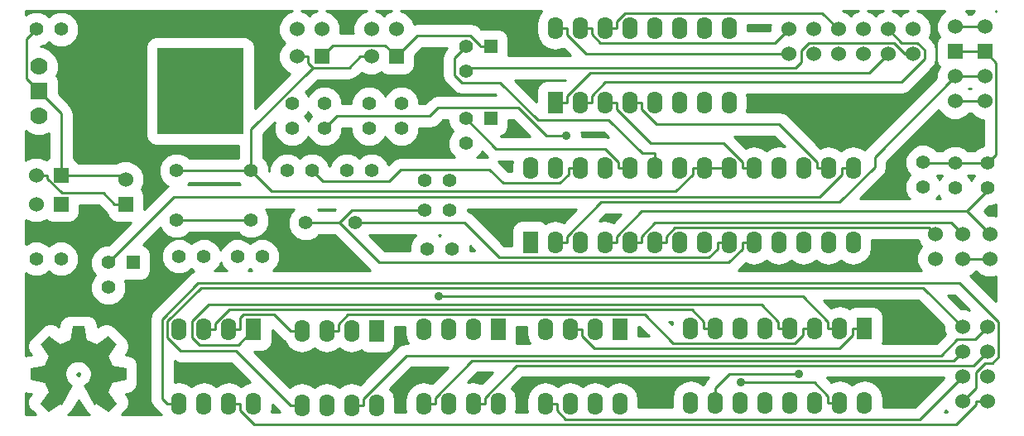
<source format=gtl>
G04 (created by PCBNEW (2013-jul-07)-stable) date 2014年08月04日 (週一) 02時43分04秒*
%MOIN*%
G04 Gerber Fmt 3.4, Leading zero omitted, Abs format*
%FSLAX34Y34*%
G01*
G70*
G90*
G04 APERTURE LIST*
%ADD10C,0.00590551*%
%ADD11R,0.06X0.06*%
%ADD12C,0.06*%
%ADD13C,0.055*%
%ADD14O,0.062X0.09*%
%ADD15R,0.062X0.09*%
%ADD16R,0.35X0.35*%
%ADD17C,0.07*%
%ADD18R,0.07X0.07*%
%ADD19C,0.056*%
%ADD20R,0.055X0.055*%
%ADD21C,0.035*%
%ADD22C,0.01*%
G04 APERTURE END LIST*
G54D10*
G54D11*
X43700Y-40150D03*
G54D12*
X43700Y-39150D03*
G54D13*
X45850Y-42250D03*
X46850Y-42250D03*
X48200Y-42250D03*
X49200Y-42250D03*
X55750Y-39200D03*
X56750Y-39200D03*
X55750Y-40400D03*
X56750Y-40400D03*
G54D14*
X61000Y-41700D03*
X62000Y-41700D03*
X63000Y-41700D03*
X64000Y-41700D03*
X65000Y-41700D03*
X66000Y-41700D03*
X67000Y-41700D03*
X68000Y-41700D03*
X69000Y-41700D03*
X70000Y-41700D03*
X71000Y-41700D03*
X72000Y-41700D03*
X73000Y-41700D03*
G54D15*
X60000Y-41700D03*
G54D14*
X73000Y-38700D03*
X72000Y-38700D03*
X71000Y-38700D03*
X70000Y-38700D03*
X69000Y-38700D03*
X68000Y-38700D03*
X67000Y-38700D03*
X66000Y-38700D03*
X65000Y-38700D03*
X64000Y-38700D03*
X63000Y-38700D03*
X62000Y-38700D03*
X61000Y-38700D03*
X60000Y-38700D03*
G54D12*
X40100Y-39000D03*
G54D11*
X41100Y-39000D03*
G54D12*
X40100Y-40150D03*
G54D11*
X41100Y-40150D03*
G54D12*
X77100Y-36000D03*
X77100Y-35000D03*
G54D11*
X77100Y-34000D03*
G54D12*
X77100Y-33000D03*
X78300Y-36000D03*
X78300Y-35000D03*
G54D11*
X78300Y-34000D03*
G54D12*
X78300Y-33000D03*
X78400Y-48100D03*
X77400Y-48100D03*
X78400Y-47100D03*
X77400Y-47100D03*
X78400Y-46100D03*
X77400Y-46100D03*
X78400Y-45100D03*
X77400Y-45100D03*
X70400Y-34100D03*
X70400Y-33100D03*
X71400Y-34100D03*
X71400Y-33100D03*
X72400Y-34100D03*
X72400Y-33100D03*
X73400Y-34100D03*
X73400Y-33100D03*
X74400Y-34100D03*
X74400Y-33100D03*
X75400Y-34100D03*
X75400Y-33100D03*
X51600Y-33100D03*
X50600Y-33100D03*
X53600Y-33100D03*
X54600Y-33100D03*
G54D13*
X40100Y-42350D03*
X41100Y-42350D03*
X75800Y-39450D03*
X75800Y-38450D03*
X77100Y-39500D03*
X77100Y-38500D03*
X78400Y-39500D03*
X78400Y-38500D03*
X55850Y-41950D03*
X56850Y-41950D03*
X41100Y-33100D03*
X40100Y-33100D03*
X51200Y-38800D03*
X50200Y-38800D03*
X53500Y-37100D03*
X53500Y-36100D03*
X54800Y-37100D03*
X54800Y-36100D03*
X53600Y-38800D03*
X52600Y-38800D03*
G54D12*
X76300Y-42350D03*
X76300Y-41350D03*
X77400Y-42350D03*
X77400Y-41350D03*
X78500Y-42350D03*
X78500Y-41350D03*
G54D13*
X48750Y-38800D03*
X48750Y-40800D03*
X45750Y-38800D03*
X45750Y-40800D03*
G54D16*
X46700Y-35600D03*
G54D17*
X40200Y-34600D03*
G54D18*
X40200Y-35600D03*
G54D17*
X40200Y-36600D03*
G54D15*
X53800Y-45250D03*
G54D14*
X52800Y-45250D03*
X51800Y-45250D03*
X50800Y-45250D03*
X50800Y-48250D03*
X51800Y-48250D03*
X52800Y-48250D03*
X53800Y-48250D03*
G54D15*
X58700Y-45200D03*
G54D14*
X57700Y-45200D03*
X56700Y-45200D03*
X55700Y-45200D03*
X55700Y-48200D03*
X56700Y-48200D03*
X57700Y-48200D03*
X58700Y-48200D03*
G54D15*
X63600Y-45200D03*
G54D14*
X62600Y-45200D03*
X61600Y-45200D03*
X60600Y-45200D03*
X60600Y-48200D03*
X61600Y-48200D03*
X62600Y-48200D03*
X63600Y-48200D03*
G54D15*
X73450Y-45150D03*
G54D14*
X72450Y-45150D03*
X71450Y-45150D03*
X70450Y-45150D03*
X69450Y-45150D03*
X68450Y-45150D03*
X67450Y-45150D03*
X66450Y-45150D03*
X66450Y-48150D03*
X67450Y-48150D03*
X68450Y-48150D03*
X69450Y-48150D03*
X70450Y-48150D03*
X71450Y-48150D03*
X72450Y-48150D03*
X73450Y-48150D03*
G54D15*
X48850Y-45200D03*
G54D14*
X47850Y-45200D03*
X46850Y-45200D03*
X45850Y-45200D03*
X45850Y-48200D03*
X46850Y-48200D03*
X47850Y-48200D03*
X48850Y-48200D03*
G54D19*
X50950Y-40900D03*
X52950Y-40900D03*
G54D20*
X58400Y-33800D03*
G54D13*
X57400Y-33800D03*
X57400Y-34800D03*
G54D10*
G36*
X42032Y-45065D02*
X42142Y-45655D01*
X41458Y-45655D01*
X41568Y-45065D01*
X42032Y-45065D01*
X42032Y-45065D01*
G37*
G36*
X43331Y-45796D02*
X42992Y-46291D01*
X42508Y-45807D01*
X43003Y-45468D01*
X43331Y-45796D01*
X43331Y-45796D01*
G37*
G36*
X43735Y-47232D02*
X43145Y-47342D01*
X43145Y-46658D01*
X43735Y-46768D01*
X43735Y-47232D01*
X43735Y-47232D01*
G37*
G36*
X43003Y-48531D02*
X42508Y-48192D01*
X42992Y-47708D01*
X43331Y-48203D01*
X43003Y-48531D01*
X43003Y-48531D01*
G37*
G36*
X40596Y-45468D02*
X41091Y-45807D01*
X40607Y-46291D01*
X40268Y-45796D01*
X40596Y-45468D01*
X40596Y-45468D01*
G37*
G36*
X39865Y-46768D02*
X40455Y-46658D01*
X40455Y-47342D01*
X39865Y-47232D01*
X39865Y-46768D01*
X39865Y-46768D01*
G37*
G36*
X40268Y-48203D02*
X40607Y-47708D01*
X41091Y-48192D01*
X40596Y-48531D01*
X40268Y-48203D01*
X40268Y-48203D01*
G37*
G36*
X42094Y-45606D02*
X41931Y-46508D01*
X41668Y-46508D01*
X41505Y-45606D01*
X42094Y-45606D01*
X42094Y-45606D01*
G37*
G36*
X41539Y-45599D02*
X41734Y-46495D01*
X41491Y-46595D01*
X40995Y-45825D01*
X41539Y-45599D01*
X41539Y-45599D01*
G37*
G36*
X42604Y-45825D02*
X42108Y-46595D01*
X41865Y-46495D01*
X42060Y-45599D01*
X42604Y-45825D01*
X42604Y-45825D01*
G37*
G36*
X42993Y-46223D02*
X42240Y-46745D01*
X42054Y-46559D01*
X42576Y-45806D01*
X42993Y-46223D01*
X42993Y-46223D01*
G37*
G36*
X41023Y-45806D02*
X41545Y-46559D01*
X41359Y-46745D01*
X40606Y-46223D01*
X41023Y-45806D01*
X41023Y-45806D01*
G37*
G36*
X43200Y-46739D02*
X42304Y-46934D01*
X42204Y-46691D01*
X42974Y-46195D01*
X43200Y-46739D01*
X43200Y-46739D01*
G37*
G36*
X40625Y-46195D02*
X41395Y-46691D01*
X41295Y-46934D01*
X40399Y-46739D01*
X40625Y-46195D01*
X40625Y-46195D01*
G37*
G36*
X43194Y-47294D02*
X42292Y-47131D01*
X42292Y-46868D01*
X43194Y-46705D01*
X43194Y-47294D01*
X43194Y-47294D01*
G37*
G36*
X40406Y-46705D02*
X41308Y-46868D01*
X41308Y-47131D01*
X40406Y-47294D01*
X40406Y-46705D01*
X40406Y-46705D01*
G37*
G36*
X40399Y-47260D02*
X41295Y-47065D01*
X41395Y-47308D01*
X40625Y-47804D01*
X40399Y-47260D01*
X40399Y-47260D01*
G37*
G36*
X42974Y-47804D02*
X42204Y-47308D01*
X42304Y-47065D01*
X43200Y-47260D01*
X42974Y-47804D01*
X42974Y-47804D01*
G37*
G36*
X42576Y-48193D02*
X42054Y-47440D01*
X42240Y-47254D01*
X42993Y-47776D01*
X42576Y-48193D01*
X42576Y-48193D01*
G37*
G36*
X40606Y-47776D02*
X41359Y-47254D01*
X41545Y-47440D01*
X41023Y-48193D01*
X40606Y-47776D01*
X40606Y-47776D01*
G37*
G36*
X40904Y-48077D02*
X41472Y-47372D01*
X41581Y-47445D01*
X41149Y-48241D01*
X40904Y-48077D01*
X40904Y-48077D01*
G37*
G36*
X42450Y-48241D02*
X42018Y-47445D01*
X42127Y-47372D01*
X42695Y-48077D01*
X42450Y-48241D01*
X42450Y-48241D01*
G37*
G54D20*
X44000Y-42500D03*
G54D13*
X43000Y-42500D03*
X43000Y-43500D03*
G54D20*
X58400Y-36700D03*
G54D13*
X57400Y-36700D03*
X57400Y-37700D03*
X51700Y-37100D03*
X51700Y-36100D03*
X50400Y-37100D03*
X50400Y-36100D03*
G54D15*
X61000Y-36050D03*
G54D14*
X62000Y-36050D03*
X63000Y-36050D03*
X64000Y-36050D03*
X65000Y-36050D03*
X66000Y-36050D03*
X67000Y-36050D03*
X68000Y-36050D03*
X68000Y-33050D03*
X67000Y-33050D03*
X66000Y-33050D03*
X65000Y-33050D03*
X64000Y-33050D03*
X63000Y-33050D03*
X62000Y-33050D03*
X61000Y-33050D03*
G54D12*
X50600Y-34200D03*
G54D11*
X51600Y-34200D03*
G54D12*
X53600Y-34200D03*
G54D11*
X54600Y-34200D03*
G54D21*
X70818Y-46987D03*
X61447Y-37403D03*
X68470Y-47329D03*
X56317Y-43860D03*
G54D22*
X67000Y-38700D02*
X68000Y-38700D01*
X49585Y-39635D02*
X48750Y-38800D01*
X65857Y-39635D02*
X49585Y-39635D01*
X66539Y-38953D02*
X65857Y-39635D01*
X66539Y-38700D02*
X66539Y-38953D01*
X67000Y-38700D02*
X66539Y-38700D01*
X48750Y-38800D02*
X45750Y-38800D01*
X78300Y-33000D02*
X77100Y-33000D01*
X77400Y-42350D02*
X78500Y-42350D01*
X53600Y-34200D02*
X53149Y-34200D01*
X50600Y-34200D02*
X51050Y-34200D01*
X51050Y-34466D02*
X51050Y-34200D01*
X51233Y-34650D02*
X51050Y-34466D01*
X52699Y-34650D02*
X51233Y-34650D01*
X53149Y-34200D02*
X52699Y-34650D01*
X48750Y-37133D02*
X48750Y-38800D01*
X51233Y-34650D02*
X48750Y-37133D01*
X76945Y-40895D02*
X77400Y-41350D01*
X65011Y-40895D02*
X76945Y-40895D01*
X64460Y-41446D02*
X65011Y-40895D01*
X64460Y-41700D02*
X64460Y-41446D01*
X64000Y-41700D02*
X64460Y-41700D01*
X78300Y-36000D02*
X77100Y-36000D01*
X78300Y-35000D02*
X77100Y-35000D01*
X73859Y-38240D02*
X77100Y-35000D01*
X73859Y-38656D02*
X73859Y-38240D01*
X72447Y-40067D02*
X73859Y-38656D01*
X62839Y-40067D02*
X72447Y-40067D01*
X61460Y-41446D02*
X62839Y-40067D01*
X61460Y-41700D02*
X61460Y-41446D01*
X61000Y-41700D02*
X61460Y-41700D01*
X45632Y-39867D02*
X43000Y-42500D01*
X71625Y-39867D02*
X45632Y-39867D01*
X72539Y-38953D02*
X71625Y-39867D01*
X72539Y-38700D02*
X72539Y-38953D01*
X73000Y-38700D02*
X72539Y-38700D01*
X67539Y-41700D02*
X68000Y-41700D01*
X67539Y-41953D02*
X67539Y-41700D01*
X67189Y-42303D02*
X67539Y-41953D01*
X58749Y-42303D02*
X67189Y-42303D01*
X57346Y-40900D02*
X58749Y-42303D01*
X52950Y-40900D02*
X57346Y-40900D01*
X52800Y-40400D02*
X52311Y-40889D01*
X55750Y-40400D02*
X52800Y-40400D01*
X52300Y-40900D02*
X52311Y-40889D01*
X50950Y-40900D02*
X52300Y-40900D01*
X68539Y-41700D02*
X69000Y-41700D01*
X68539Y-41953D02*
X68539Y-41700D01*
X67989Y-42503D02*
X68539Y-41953D01*
X53924Y-42503D02*
X67989Y-42503D01*
X52311Y-40889D02*
X53924Y-42503D01*
X68012Y-46987D02*
X70818Y-46987D01*
X67450Y-47550D02*
X68012Y-46987D01*
X67450Y-48150D02*
X67450Y-47550D01*
X63460Y-36050D02*
X63000Y-36050D01*
X63460Y-36308D02*
X63460Y-36050D01*
X64828Y-37677D02*
X63460Y-36308D01*
X67770Y-37677D02*
X64828Y-37677D01*
X68539Y-38446D02*
X67770Y-37677D01*
X68539Y-38700D02*
X68539Y-38446D01*
X69000Y-38700D02*
X68539Y-38700D01*
X64460Y-36050D02*
X64000Y-36050D01*
X64460Y-36308D02*
X64460Y-36050D01*
X65074Y-36922D02*
X64460Y-36308D01*
X70015Y-36922D02*
X65074Y-36922D01*
X71539Y-38446D02*
X70015Y-36922D01*
X71539Y-38700D02*
X71539Y-38446D01*
X72000Y-38700D02*
X71539Y-38700D01*
X39693Y-33506D02*
X40100Y-33100D01*
X39693Y-35093D02*
X39693Y-33506D01*
X40200Y-35600D02*
X39693Y-35093D01*
X43550Y-39000D02*
X43700Y-39150D01*
X41100Y-39000D02*
X43550Y-39000D01*
X41100Y-36500D02*
X40200Y-35600D01*
X41100Y-39000D02*
X41100Y-36500D01*
X75850Y-38500D02*
X75800Y-38450D01*
X77100Y-38500D02*
X75850Y-38500D01*
X78400Y-38500D02*
X77100Y-38500D01*
X78300Y-34000D02*
X77100Y-34000D01*
X78751Y-34451D02*
X78300Y-34000D01*
X78751Y-38148D02*
X78751Y-34451D01*
X78400Y-38500D02*
X78751Y-38148D01*
X52050Y-33749D02*
X51600Y-34200D01*
X54149Y-33749D02*
X52050Y-33749D01*
X54600Y-34200D02*
X54149Y-33749D01*
X55445Y-33354D02*
X54600Y-34200D01*
X57582Y-33354D02*
X55445Y-33354D01*
X57974Y-33746D02*
X57582Y-33354D01*
X57974Y-33800D02*
X57974Y-33746D01*
X58400Y-33800D02*
X57974Y-33800D01*
X58614Y-37914D02*
X57400Y-36700D01*
X63007Y-37914D02*
X58614Y-37914D01*
X63539Y-38446D02*
X63007Y-37914D01*
X63539Y-38700D02*
X63539Y-38446D01*
X64000Y-38700D02*
X63539Y-38700D01*
X51633Y-39233D02*
X51200Y-38800D01*
X54311Y-39233D02*
X51633Y-39233D01*
X54790Y-38754D02*
X54311Y-39233D01*
X58346Y-38754D02*
X54790Y-38754D01*
X58898Y-39306D02*
X58346Y-38754D01*
X61186Y-39306D02*
X58898Y-39306D01*
X61539Y-38953D02*
X61186Y-39306D01*
X61539Y-38700D02*
X61539Y-38953D01*
X62000Y-38700D02*
X61539Y-38700D01*
X52200Y-36600D02*
X51700Y-37100D01*
X55947Y-36600D02*
X52200Y-36600D01*
X56285Y-36262D02*
X55947Y-36600D01*
X59510Y-36262D02*
X56285Y-36262D01*
X60651Y-37403D02*
X59510Y-36262D01*
X61447Y-37403D02*
X60651Y-37403D01*
X77574Y-40425D02*
X78500Y-41350D01*
X78400Y-39600D02*
X77574Y-40425D01*
X78400Y-39500D02*
X78400Y-39600D01*
X63460Y-41700D02*
X63000Y-41700D01*
X63460Y-41446D02*
X63460Y-41700D01*
X64481Y-40425D02*
X63460Y-41446D01*
X77574Y-40425D02*
X64481Y-40425D01*
X77855Y-46644D02*
X78400Y-46100D01*
X59456Y-46644D02*
X77855Y-46644D01*
X58160Y-47941D02*
X59456Y-46644D01*
X58160Y-48200D02*
X58160Y-47941D01*
X57700Y-48200D02*
X58160Y-48200D01*
X56160Y-48200D02*
X55700Y-48200D01*
X56160Y-47941D02*
X56160Y-48200D01*
X57656Y-46444D02*
X56160Y-47941D01*
X77055Y-46444D02*
X57656Y-46444D01*
X77400Y-46100D02*
X77055Y-46444D01*
X77900Y-45600D02*
X78400Y-45100D01*
X77183Y-45600D02*
X77900Y-45600D01*
X76538Y-46244D02*
X77183Y-45600D01*
X55007Y-46244D02*
X76538Y-46244D01*
X53260Y-47991D02*
X55007Y-46244D01*
X53260Y-48250D02*
X53260Y-47991D01*
X52800Y-48250D02*
X53260Y-48250D01*
X75824Y-43524D02*
X77400Y-45100D01*
X46726Y-43524D02*
X75824Y-43524D01*
X45378Y-44871D02*
X46726Y-43524D01*
X45378Y-45520D02*
X45378Y-44871D01*
X45922Y-46063D02*
X45378Y-45520D01*
X48153Y-46063D02*
X45922Y-46063D01*
X50339Y-48250D02*
X48153Y-46063D01*
X50800Y-48250D02*
X50339Y-48250D01*
X50339Y-45250D02*
X50800Y-45250D01*
X49689Y-44600D02*
X50339Y-45250D01*
X48450Y-44600D02*
X49689Y-44600D01*
X48310Y-44739D02*
X48450Y-44600D01*
X48310Y-45200D02*
X48310Y-44739D01*
X47850Y-45200D02*
X48310Y-45200D01*
X62251Y-34100D02*
X70400Y-34100D01*
X61460Y-33308D02*
X62251Y-34100D01*
X61460Y-33050D02*
X61460Y-33308D01*
X61000Y-33050D02*
X61460Y-33050D01*
X69846Y-33653D02*
X70400Y-33100D01*
X62811Y-33653D02*
X69846Y-33653D01*
X62460Y-33303D02*
X62811Y-33653D01*
X62460Y-33050D02*
X62460Y-33303D01*
X62000Y-33050D02*
X62460Y-33050D01*
X74950Y-33649D02*
X74400Y-33100D01*
X75586Y-33649D02*
X74950Y-33649D01*
X75862Y-33925D02*
X75586Y-33649D01*
X75862Y-34290D02*
X75862Y-33925D01*
X74926Y-35226D02*
X75862Y-34290D01*
X63024Y-35226D02*
X74926Y-35226D01*
X62460Y-35791D02*
X63024Y-35226D01*
X62460Y-36050D02*
X62460Y-35791D01*
X62000Y-36050D02*
X62460Y-36050D01*
X77950Y-47550D02*
X77400Y-48100D01*
X77950Y-46913D02*
X77950Y-47550D01*
X78313Y-46550D02*
X77950Y-46913D01*
X78598Y-46550D02*
X78313Y-46550D01*
X78850Y-46298D02*
X78598Y-46550D01*
X78850Y-44882D02*
X78850Y-46298D01*
X77288Y-43321D02*
X78850Y-44882D01*
X46619Y-43321D02*
X77288Y-43321D01*
X45164Y-44776D02*
X46619Y-43321D01*
X45164Y-47974D02*
X45164Y-44776D01*
X45389Y-48200D02*
X45164Y-47974D01*
X45850Y-48200D02*
X45389Y-48200D01*
X75076Y-34100D02*
X75400Y-34100D01*
X74625Y-33649D02*
X75076Y-34100D01*
X71207Y-33649D02*
X74625Y-33649D01*
X70900Y-33956D02*
X71207Y-33649D01*
X70900Y-34415D02*
X70900Y-33956D01*
X70665Y-34650D02*
X70900Y-34415D01*
X57550Y-34650D02*
X70665Y-34650D01*
X57400Y-34800D02*
X57550Y-34650D01*
X48239Y-45810D02*
X48850Y-45200D01*
X46665Y-45810D02*
X48239Y-45810D01*
X46381Y-45526D02*
X46665Y-45810D01*
X46381Y-44855D02*
X46381Y-45526D01*
X47040Y-44197D02*
X46381Y-44855D01*
X69295Y-44197D02*
X47040Y-44197D01*
X69989Y-44891D02*
X69295Y-44197D01*
X69989Y-45150D02*
X69989Y-44891D01*
X70450Y-45150D02*
X69989Y-45150D01*
X66989Y-45150D02*
X67450Y-45150D01*
X66989Y-44891D02*
X66989Y-45150D01*
X66496Y-44397D02*
X66989Y-44891D01*
X47859Y-44397D02*
X66496Y-44397D01*
X47310Y-44946D02*
X47859Y-44397D01*
X47310Y-45200D02*
X47310Y-44946D01*
X46850Y-45200D02*
X47310Y-45200D01*
X72989Y-45150D02*
X73450Y-45150D01*
X72989Y-45408D02*
X72989Y-45150D01*
X72439Y-45959D02*
X72989Y-45408D01*
X62566Y-45959D02*
X72439Y-45959D01*
X62060Y-45453D02*
X62566Y-45959D01*
X62060Y-45200D02*
X62060Y-45453D01*
X61600Y-45200D02*
X62060Y-45200D01*
X71428Y-47329D02*
X68470Y-47329D01*
X71989Y-47891D02*
X71428Y-47329D01*
X71989Y-48150D02*
X71989Y-47891D01*
X72450Y-48150D02*
X71989Y-48150D01*
X70959Y-43860D02*
X56317Y-43860D01*
X71989Y-44891D02*
X70959Y-43860D01*
X71989Y-45150D02*
X71989Y-44891D01*
X72450Y-45150D02*
X71989Y-45150D01*
X71745Y-32445D02*
X72400Y-33100D01*
X63805Y-32445D02*
X71745Y-32445D01*
X63460Y-32791D02*
X63805Y-32445D01*
X63460Y-33050D02*
X63460Y-32791D01*
X63000Y-33050D02*
X63460Y-33050D01*
X73640Y-34859D02*
X74400Y-34100D01*
X62392Y-34859D02*
X73640Y-34859D01*
X61460Y-35791D02*
X62392Y-34859D01*
X61460Y-36050D02*
X61460Y-35791D01*
X61000Y-36050D02*
X61460Y-36050D01*
X70989Y-45150D02*
X71450Y-45150D01*
X70989Y-45408D02*
X70989Y-45150D01*
X70644Y-45754D02*
X70989Y-45408D01*
X65747Y-45754D02*
X70644Y-45754D01*
X64592Y-44599D02*
X65747Y-45754D01*
X52657Y-44599D02*
X64592Y-44599D01*
X52260Y-44996D02*
X52657Y-44599D01*
X52260Y-45250D02*
X52260Y-44996D01*
X51800Y-45250D02*
X52260Y-45250D01*
X40550Y-39000D02*
X40100Y-39000D01*
X40550Y-39112D02*
X40550Y-39000D01*
X41137Y-39700D02*
X40550Y-39112D01*
X42799Y-39700D02*
X41137Y-39700D01*
X43250Y-40150D02*
X42799Y-39700D01*
X43700Y-40150D02*
X43250Y-40150D01*
X75681Y-48818D02*
X77400Y-47100D01*
X61420Y-48818D02*
X75681Y-48818D01*
X61060Y-48458D02*
X61420Y-48818D01*
X61060Y-48200D02*
X61060Y-48458D01*
X60600Y-48200D02*
X61060Y-48200D01*
X77950Y-48100D02*
X78400Y-48100D01*
X77950Y-48212D02*
X77950Y-48100D01*
X77140Y-49021D02*
X77950Y-48212D01*
X48878Y-49021D02*
X77140Y-49021D01*
X48310Y-48453D02*
X48878Y-49021D01*
X48310Y-48200D02*
X48310Y-48453D01*
X47850Y-48200D02*
X48310Y-48200D01*
X45750Y-40800D02*
X48750Y-40800D01*
X56948Y-34251D02*
X57400Y-33800D01*
X56948Y-34951D02*
X56948Y-34251D01*
X57241Y-35243D02*
X56948Y-34951D01*
X58775Y-35243D02*
X57241Y-35243D01*
X60291Y-36759D02*
X58775Y-35243D01*
X63151Y-36759D02*
X60291Y-36759D01*
X64491Y-38099D02*
X63151Y-36759D01*
X65000Y-38099D02*
X64491Y-38099D01*
X65000Y-38700D02*
X65000Y-38099D01*
X76045Y-41095D02*
X76300Y-41350D01*
X65811Y-41095D02*
X76045Y-41095D01*
X65460Y-41446D02*
X65811Y-41095D01*
X65460Y-41700D02*
X65460Y-41446D01*
X65000Y-41700D02*
X65460Y-41700D01*
G54D10*
G36*
X40063Y-48626D02*
X39673Y-48626D01*
X39673Y-47742D01*
X39776Y-47785D01*
X39903Y-47785D01*
X39814Y-47874D01*
X39746Y-48037D01*
X39746Y-48213D01*
X39814Y-48376D01*
X39938Y-48501D01*
X40063Y-48626D01*
X40063Y-48626D01*
G37*
G54D22*
X40063Y-48626D02*
X39673Y-48626D01*
X39673Y-47742D01*
X39776Y-47785D01*
X39903Y-47785D01*
X39814Y-47874D01*
X39746Y-48037D01*
X39746Y-48213D01*
X39814Y-48376D01*
X39938Y-48501D01*
X40063Y-48626D01*
G54D10*
G36*
X40606Y-38299D02*
X40548Y-38323D01*
X40508Y-38364D01*
X40248Y-38256D01*
X39952Y-38256D01*
X39679Y-38369D01*
X39673Y-38375D01*
X39673Y-37195D01*
X39749Y-37272D01*
X40041Y-37393D01*
X40357Y-37393D01*
X40606Y-37290D01*
X40606Y-38299D01*
X40606Y-38299D01*
G37*
G54D22*
X40606Y-38299D02*
X40548Y-38323D01*
X40508Y-38364D01*
X40248Y-38256D01*
X39952Y-38256D01*
X39679Y-38369D01*
X39673Y-38375D01*
X39673Y-37195D01*
X39749Y-37272D01*
X40041Y-37393D01*
X40357Y-37393D01*
X40606Y-37290D01*
X40606Y-38299D01*
G54D10*
G36*
X41848Y-47008D02*
X41841Y-47025D01*
X41827Y-47038D01*
X41800Y-47057D01*
X41772Y-47038D01*
X41758Y-47025D01*
X41751Y-47008D01*
X41751Y-46991D01*
X41758Y-46974D01*
X41774Y-46958D01*
X41791Y-46951D01*
X41808Y-46951D01*
X41825Y-46958D01*
X41841Y-46974D01*
X41848Y-46991D01*
X41848Y-47008D01*
X41848Y-47008D01*
G37*
G54D22*
X41848Y-47008D02*
X41841Y-47025D01*
X41827Y-47038D01*
X41800Y-47057D01*
X41772Y-47038D01*
X41758Y-47025D01*
X41751Y-47008D01*
X41751Y-46991D01*
X41758Y-46974D01*
X41774Y-46958D01*
X41791Y-46951D01*
X41808Y-46951D01*
X41825Y-46958D01*
X41841Y-46974D01*
X41848Y-46991D01*
X41848Y-47008D01*
G54D10*
G36*
X42229Y-48626D02*
X41370Y-48626D01*
X41469Y-48560D01*
X41567Y-48414D01*
X41800Y-48065D01*
X42130Y-48560D01*
X42229Y-48626D01*
X42229Y-48626D01*
G37*
G54D22*
X42229Y-48626D02*
X41370Y-48626D01*
X41469Y-48560D01*
X41567Y-48414D01*
X41800Y-48065D01*
X42130Y-48560D01*
X42229Y-48626D01*
G54D10*
G36*
X47761Y-42827D02*
X47288Y-42827D01*
X47458Y-42657D01*
X47525Y-42498D01*
X47590Y-42656D01*
X47761Y-42827D01*
X47761Y-42827D01*
G37*
G54D22*
X47761Y-42827D02*
X47288Y-42827D01*
X47458Y-42657D01*
X47525Y-42498D01*
X47590Y-42656D01*
X47761Y-42827D01*
G54D10*
G36*
X48307Y-39373D02*
X46192Y-39373D01*
X46272Y-39293D01*
X48227Y-39293D01*
X48307Y-39373D01*
X48307Y-39373D01*
G37*
G54D22*
X48307Y-39373D02*
X46192Y-39373D01*
X46272Y-39293D01*
X48227Y-39293D01*
X48307Y-39373D01*
G54D10*
G36*
X48708Y-47316D02*
X48561Y-47346D01*
X48350Y-47487D01*
X48138Y-47346D01*
X47850Y-47288D01*
X47561Y-47346D01*
X47350Y-47487D01*
X47138Y-47346D01*
X46850Y-47288D01*
X46561Y-47346D01*
X46350Y-47487D01*
X46138Y-47346D01*
X45850Y-47288D01*
X45658Y-47326D01*
X45658Y-46469D01*
X45733Y-46519D01*
X45733Y-46519D01*
X45884Y-46550D01*
X45922Y-46557D01*
X45922Y-46557D01*
X45922Y-46557D01*
X47949Y-46557D01*
X48708Y-47316D01*
X48708Y-47316D01*
G37*
G54D22*
X48708Y-47316D02*
X48561Y-47346D01*
X48350Y-47487D01*
X48138Y-47346D01*
X47850Y-47288D01*
X47561Y-47346D01*
X47350Y-47487D01*
X47138Y-47346D01*
X46850Y-47288D01*
X46561Y-47346D01*
X46350Y-47487D01*
X46138Y-47346D01*
X45850Y-47288D01*
X45658Y-47326D01*
X45658Y-46469D01*
X45733Y-46519D01*
X45733Y-46519D01*
X45884Y-46550D01*
X45922Y-46557D01*
X45922Y-46557D01*
X45922Y-46557D01*
X47949Y-46557D01*
X48708Y-47316D01*
G54D10*
G36*
X48761Y-42827D02*
X48638Y-42827D01*
X48699Y-42766D01*
X48761Y-42827D01*
X48761Y-42827D01*
G37*
G54D22*
X48761Y-42827D02*
X48638Y-42827D01*
X48699Y-42766D01*
X48761Y-42827D01*
G54D10*
G36*
X49919Y-48527D02*
X49569Y-48527D01*
X49603Y-48357D01*
X49603Y-48211D01*
X49919Y-48527D01*
X49919Y-48527D01*
G37*
G54D22*
X49919Y-48527D02*
X49569Y-48527D01*
X49603Y-48357D01*
X49603Y-48211D01*
X49919Y-48527D01*
G54D10*
G36*
X50411Y-32373D02*
X50179Y-32469D01*
X49969Y-32678D01*
X49856Y-32951D01*
X49856Y-33247D01*
X49969Y-33520D01*
X50098Y-33650D01*
X49969Y-33778D01*
X49856Y-34051D01*
X49856Y-34347D01*
X49969Y-34620D01*
X50178Y-34830D01*
X50303Y-34882D01*
X48893Y-36291D01*
X48893Y-33762D01*
X48826Y-33598D01*
X48701Y-33474D01*
X48538Y-33406D01*
X48362Y-33406D01*
X44862Y-33406D01*
X44698Y-33473D01*
X44574Y-33598D01*
X44506Y-33761D01*
X44506Y-33937D01*
X44506Y-37437D01*
X44573Y-37601D01*
X44698Y-37725D01*
X44861Y-37793D01*
X45037Y-37793D01*
X48256Y-37793D01*
X48256Y-38277D01*
X48227Y-38306D01*
X46272Y-38306D01*
X46157Y-38191D01*
X45893Y-38081D01*
X45607Y-38081D01*
X45343Y-38190D01*
X45141Y-38392D01*
X45031Y-38656D01*
X45031Y-38942D01*
X45140Y-39206D01*
X45342Y-39408D01*
X45406Y-39435D01*
X45283Y-39518D01*
X44443Y-40358D01*
X44443Y-39762D01*
X44376Y-39598D01*
X44335Y-39558D01*
X44443Y-39298D01*
X44443Y-39002D01*
X44330Y-38729D01*
X44121Y-38519D01*
X43848Y-38406D01*
X43552Y-38406D01*
X43310Y-38506D01*
X41800Y-38506D01*
X41776Y-38448D01*
X41651Y-38324D01*
X41593Y-38299D01*
X41593Y-36500D01*
X41556Y-36311D01*
X41449Y-36150D01*
X40993Y-35695D01*
X40993Y-35162D01*
X40926Y-34998D01*
X40903Y-34975D01*
X40993Y-34758D01*
X40993Y-34442D01*
X40873Y-34150D01*
X40650Y-33927D01*
X40358Y-33806D01*
X40272Y-33806D01*
X40506Y-33709D01*
X40599Y-33616D01*
X40692Y-33708D01*
X40956Y-33818D01*
X41242Y-33818D01*
X41506Y-33709D01*
X41708Y-33507D01*
X41818Y-33243D01*
X41818Y-32957D01*
X41709Y-32693D01*
X41507Y-32491D01*
X41243Y-32381D01*
X40957Y-32381D01*
X40693Y-32490D01*
X40600Y-32583D01*
X40507Y-32491D01*
X40243Y-32381D01*
X39957Y-32381D01*
X39693Y-32490D01*
X39673Y-32510D01*
X39673Y-32373D01*
X50411Y-32373D01*
X50411Y-32373D01*
G37*
G54D22*
X50411Y-32373D02*
X50179Y-32469D01*
X49969Y-32678D01*
X49856Y-32951D01*
X49856Y-33247D01*
X49969Y-33520D01*
X50098Y-33650D01*
X49969Y-33778D01*
X49856Y-34051D01*
X49856Y-34347D01*
X49969Y-34620D01*
X50178Y-34830D01*
X50303Y-34882D01*
X48893Y-36291D01*
X48893Y-33762D01*
X48826Y-33598D01*
X48701Y-33474D01*
X48538Y-33406D01*
X48362Y-33406D01*
X44862Y-33406D01*
X44698Y-33473D01*
X44574Y-33598D01*
X44506Y-33761D01*
X44506Y-33937D01*
X44506Y-37437D01*
X44573Y-37601D01*
X44698Y-37725D01*
X44861Y-37793D01*
X45037Y-37793D01*
X48256Y-37793D01*
X48256Y-38277D01*
X48227Y-38306D01*
X46272Y-38306D01*
X46157Y-38191D01*
X45893Y-38081D01*
X45607Y-38081D01*
X45343Y-38190D01*
X45141Y-38392D01*
X45031Y-38656D01*
X45031Y-38942D01*
X45140Y-39206D01*
X45342Y-39408D01*
X45406Y-39435D01*
X45283Y-39518D01*
X44443Y-40358D01*
X44443Y-39762D01*
X44376Y-39598D01*
X44335Y-39558D01*
X44443Y-39298D01*
X44443Y-39002D01*
X44330Y-38729D01*
X44121Y-38519D01*
X43848Y-38406D01*
X43552Y-38406D01*
X43310Y-38506D01*
X41800Y-38506D01*
X41776Y-38448D01*
X41651Y-38324D01*
X41593Y-38299D01*
X41593Y-36500D01*
X41556Y-36311D01*
X41449Y-36150D01*
X40993Y-35695D01*
X40993Y-35162D01*
X40926Y-34998D01*
X40903Y-34975D01*
X40993Y-34758D01*
X40993Y-34442D01*
X40873Y-34150D01*
X40650Y-33927D01*
X40358Y-33806D01*
X40272Y-33806D01*
X40506Y-33709D01*
X40599Y-33616D01*
X40692Y-33708D01*
X40956Y-33818D01*
X41242Y-33818D01*
X41506Y-33709D01*
X41708Y-33507D01*
X41818Y-33243D01*
X41818Y-32957D01*
X41709Y-32693D01*
X41507Y-32491D01*
X41243Y-32381D01*
X40957Y-32381D01*
X40693Y-32490D01*
X40600Y-32583D01*
X40507Y-32491D01*
X40243Y-32381D01*
X39957Y-32381D01*
X39693Y-32490D01*
X39673Y-32510D01*
X39673Y-32373D01*
X50411Y-32373D01*
G54D10*
G36*
X51183Y-36599D02*
X51091Y-36692D01*
X51050Y-36791D01*
X51009Y-36693D01*
X50916Y-36600D01*
X51008Y-36507D01*
X51049Y-36408D01*
X51090Y-36506D01*
X51183Y-36599D01*
X51183Y-36599D01*
G37*
G54D22*
X51183Y-36599D02*
X51091Y-36692D01*
X51050Y-36791D01*
X51009Y-36693D01*
X50916Y-36600D01*
X51008Y-36507D01*
X51049Y-36408D01*
X51090Y-36506D01*
X51183Y-36599D01*
G54D10*
G36*
X51411Y-32373D02*
X51179Y-32469D01*
X51100Y-32548D01*
X51021Y-32469D01*
X50789Y-32373D01*
X51411Y-32373D01*
X51411Y-32373D01*
G37*
G54D22*
X51411Y-32373D02*
X51179Y-32469D01*
X51100Y-32548D01*
X51021Y-32469D01*
X50789Y-32373D01*
X51411Y-32373D01*
G54D10*
G36*
X52141Y-40361D02*
X52095Y-40406D01*
X51479Y-40406D01*
X51434Y-40361D01*
X52141Y-40361D01*
X52141Y-40361D01*
G37*
G54D22*
X52141Y-40361D02*
X52095Y-40406D01*
X51479Y-40406D01*
X51434Y-40361D01*
X52141Y-40361D01*
G54D10*
G36*
X53411Y-32373D02*
X53179Y-32469D01*
X52969Y-32678D01*
X52856Y-32951D01*
X52856Y-33247D01*
X52859Y-33256D01*
X52340Y-33256D01*
X52343Y-33248D01*
X52343Y-32952D01*
X52230Y-32679D01*
X52021Y-32469D01*
X51789Y-32373D01*
X53411Y-32373D01*
X53411Y-32373D01*
G37*
G54D22*
X53411Y-32373D02*
X53179Y-32469D01*
X52969Y-32678D01*
X52856Y-32951D01*
X52856Y-33247D01*
X52859Y-33256D01*
X52340Y-33256D01*
X52343Y-33248D01*
X52343Y-32952D01*
X52230Y-32679D01*
X52021Y-32469D01*
X51789Y-32373D01*
X53411Y-32373D01*
G54D10*
G36*
X53551Y-42827D02*
X49638Y-42827D01*
X49808Y-42657D01*
X49918Y-42393D01*
X49918Y-42107D01*
X49809Y-41843D01*
X49607Y-41641D01*
X49343Y-41531D01*
X49057Y-41531D01*
X48793Y-41640D01*
X48700Y-41733D01*
X48607Y-41641D01*
X48343Y-41531D01*
X48057Y-41531D01*
X47793Y-41640D01*
X47591Y-41842D01*
X47524Y-42001D01*
X47459Y-41843D01*
X47257Y-41641D01*
X46993Y-41531D01*
X46707Y-41531D01*
X46443Y-41640D01*
X46350Y-41733D01*
X46257Y-41641D01*
X45993Y-41531D01*
X45707Y-41531D01*
X45443Y-41640D01*
X45241Y-41842D01*
X45131Y-42106D01*
X45131Y-42392D01*
X45240Y-42656D01*
X45442Y-42858D01*
X45706Y-42968D01*
X45992Y-42968D01*
X46256Y-42859D01*
X46349Y-42766D01*
X46442Y-42858D01*
X46448Y-42861D01*
X46430Y-42865D01*
X46270Y-42972D01*
X44815Y-44427D01*
X44708Y-44587D01*
X44670Y-44776D01*
X44670Y-47974D01*
X44689Y-48068D01*
X44708Y-48162D01*
X44708Y-48162D01*
X44708Y-48163D01*
X44761Y-48243D01*
X44814Y-48322D01*
X45039Y-48548D01*
X45148Y-48621D01*
X45149Y-48626D01*
X43536Y-48626D01*
X43785Y-48377D01*
X43853Y-48214D01*
X43853Y-48037D01*
X43785Y-47874D01*
X43696Y-47785D01*
X43822Y-47785D01*
X43986Y-47718D01*
X44110Y-47593D01*
X44178Y-47430D01*
X44178Y-47254D01*
X44178Y-46570D01*
X44111Y-46406D01*
X43986Y-46282D01*
X43823Y-46214D01*
X43696Y-46214D01*
X43785Y-46125D01*
X43853Y-45962D01*
X43853Y-45786D01*
X43785Y-45623D01*
X43661Y-45498D01*
X43177Y-45014D01*
X43014Y-44946D01*
X42837Y-44946D01*
X42674Y-45014D01*
X42585Y-45103D01*
X42585Y-44977D01*
X42518Y-44813D01*
X42393Y-44689D01*
X42230Y-44621D01*
X42054Y-44621D01*
X41370Y-44621D01*
X41206Y-44688D01*
X41082Y-44813D01*
X41014Y-44976D01*
X41014Y-45103D01*
X40925Y-45014D01*
X40762Y-44946D01*
X40586Y-44946D01*
X40423Y-45014D01*
X40298Y-45138D01*
X39814Y-45622D01*
X39746Y-45785D01*
X39746Y-45962D01*
X39814Y-46125D01*
X39903Y-46214D01*
X39777Y-46214D01*
X39673Y-46257D01*
X39673Y-42939D01*
X39692Y-42958D01*
X39956Y-43068D01*
X40242Y-43068D01*
X40506Y-42959D01*
X40599Y-42866D01*
X40692Y-42958D01*
X40956Y-43068D01*
X41242Y-43068D01*
X41506Y-42959D01*
X41708Y-42757D01*
X41818Y-42493D01*
X41818Y-42207D01*
X41709Y-41943D01*
X41507Y-41741D01*
X41243Y-41631D01*
X40957Y-41631D01*
X40693Y-41740D01*
X40600Y-41833D01*
X40507Y-41741D01*
X40243Y-41631D01*
X39957Y-41631D01*
X39693Y-41740D01*
X39673Y-41760D01*
X39673Y-40775D01*
X39678Y-40780D01*
X39951Y-40893D01*
X40247Y-40893D01*
X40508Y-40785D01*
X40548Y-40825D01*
X40711Y-40893D01*
X40887Y-40893D01*
X41487Y-40893D01*
X41651Y-40826D01*
X41775Y-40701D01*
X41843Y-40538D01*
X41843Y-40362D01*
X41843Y-40193D01*
X42595Y-40193D01*
X42900Y-40499D01*
X42956Y-40536D01*
X42956Y-40537D01*
X43023Y-40701D01*
X43148Y-40825D01*
X43311Y-40893D01*
X43487Y-40893D01*
X43908Y-40893D01*
X43020Y-41781D01*
X42857Y-41781D01*
X42593Y-41890D01*
X42391Y-42092D01*
X42281Y-42356D01*
X42281Y-42642D01*
X42390Y-42906D01*
X42483Y-42999D01*
X42391Y-43092D01*
X42281Y-43356D01*
X42281Y-43642D01*
X42390Y-43906D01*
X42592Y-44108D01*
X42856Y-44218D01*
X43142Y-44218D01*
X43406Y-44109D01*
X43608Y-43907D01*
X43718Y-43643D01*
X43718Y-43357D01*
X43661Y-43218D01*
X43812Y-43218D01*
X44362Y-43218D01*
X44526Y-43151D01*
X44650Y-43026D01*
X44718Y-42863D01*
X44718Y-42687D01*
X44718Y-42137D01*
X44651Y-41973D01*
X44526Y-41849D01*
X44401Y-41796D01*
X45096Y-41101D01*
X45140Y-41206D01*
X45342Y-41408D01*
X45606Y-41518D01*
X45892Y-41518D01*
X46156Y-41409D01*
X46272Y-41293D01*
X48227Y-41293D01*
X48342Y-41408D01*
X48606Y-41518D01*
X48892Y-41518D01*
X49156Y-41409D01*
X49358Y-41207D01*
X49468Y-40943D01*
X49468Y-40657D01*
X49359Y-40393D01*
X49327Y-40361D01*
X50465Y-40361D01*
X50336Y-40489D01*
X50226Y-40755D01*
X50226Y-41043D01*
X50336Y-41309D01*
X50539Y-41513D01*
X50805Y-41623D01*
X51093Y-41623D01*
X51359Y-41513D01*
X51479Y-41393D01*
X52117Y-41393D01*
X53551Y-42827D01*
X53551Y-42827D01*
G37*
G54D22*
X53551Y-42827D02*
X49638Y-42827D01*
X49808Y-42657D01*
X49918Y-42393D01*
X49918Y-42107D01*
X49809Y-41843D01*
X49607Y-41641D01*
X49343Y-41531D01*
X49057Y-41531D01*
X48793Y-41640D01*
X48700Y-41733D01*
X48607Y-41641D01*
X48343Y-41531D01*
X48057Y-41531D01*
X47793Y-41640D01*
X47591Y-41842D01*
X47524Y-42001D01*
X47459Y-41843D01*
X47257Y-41641D01*
X46993Y-41531D01*
X46707Y-41531D01*
X46443Y-41640D01*
X46350Y-41733D01*
X46257Y-41641D01*
X45993Y-41531D01*
X45707Y-41531D01*
X45443Y-41640D01*
X45241Y-41842D01*
X45131Y-42106D01*
X45131Y-42392D01*
X45240Y-42656D01*
X45442Y-42858D01*
X45706Y-42968D01*
X45992Y-42968D01*
X46256Y-42859D01*
X46349Y-42766D01*
X46442Y-42858D01*
X46448Y-42861D01*
X46430Y-42865D01*
X46270Y-42972D01*
X44815Y-44427D01*
X44708Y-44587D01*
X44670Y-44776D01*
X44670Y-47974D01*
X44689Y-48068D01*
X44708Y-48162D01*
X44708Y-48162D01*
X44708Y-48163D01*
X44761Y-48243D01*
X44814Y-48322D01*
X45039Y-48548D01*
X45148Y-48621D01*
X45149Y-48626D01*
X43536Y-48626D01*
X43785Y-48377D01*
X43853Y-48214D01*
X43853Y-48037D01*
X43785Y-47874D01*
X43696Y-47785D01*
X43822Y-47785D01*
X43986Y-47718D01*
X44110Y-47593D01*
X44178Y-47430D01*
X44178Y-47254D01*
X44178Y-46570D01*
X44111Y-46406D01*
X43986Y-46282D01*
X43823Y-46214D01*
X43696Y-46214D01*
X43785Y-46125D01*
X43853Y-45962D01*
X43853Y-45786D01*
X43785Y-45623D01*
X43661Y-45498D01*
X43177Y-45014D01*
X43014Y-44946D01*
X42837Y-44946D01*
X42674Y-45014D01*
X42585Y-45103D01*
X42585Y-44977D01*
X42518Y-44813D01*
X42393Y-44689D01*
X42230Y-44621D01*
X42054Y-44621D01*
X41370Y-44621D01*
X41206Y-44688D01*
X41082Y-44813D01*
X41014Y-44976D01*
X41014Y-45103D01*
X40925Y-45014D01*
X40762Y-44946D01*
X40586Y-44946D01*
X40423Y-45014D01*
X40298Y-45138D01*
X39814Y-45622D01*
X39746Y-45785D01*
X39746Y-45962D01*
X39814Y-46125D01*
X39903Y-46214D01*
X39777Y-46214D01*
X39673Y-46257D01*
X39673Y-42939D01*
X39692Y-42958D01*
X39956Y-43068D01*
X40242Y-43068D01*
X40506Y-42959D01*
X40599Y-42866D01*
X40692Y-42958D01*
X40956Y-43068D01*
X41242Y-43068D01*
X41506Y-42959D01*
X41708Y-42757D01*
X41818Y-42493D01*
X41818Y-42207D01*
X41709Y-41943D01*
X41507Y-41741D01*
X41243Y-41631D01*
X40957Y-41631D01*
X40693Y-41740D01*
X40600Y-41833D01*
X40507Y-41741D01*
X40243Y-41631D01*
X39957Y-41631D01*
X39693Y-41740D01*
X39673Y-41760D01*
X39673Y-40775D01*
X39678Y-40780D01*
X39951Y-40893D01*
X40247Y-40893D01*
X40508Y-40785D01*
X40548Y-40825D01*
X40711Y-40893D01*
X40887Y-40893D01*
X41487Y-40893D01*
X41651Y-40826D01*
X41775Y-40701D01*
X41843Y-40538D01*
X41843Y-40362D01*
X41843Y-40193D01*
X42595Y-40193D01*
X42900Y-40499D01*
X42956Y-40536D01*
X42956Y-40537D01*
X43023Y-40701D01*
X43148Y-40825D01*
X43311Y-40893D01*
X43487Y-40893D01*
X43908Y-40893D01*
X43020Y-41781D01*
X42857Y-41781D01*
X42593Y-41890D01*
X42391Y-42092D01*
X42281Y-42356D01*
X42281Y-42642D01*
X42390Y-42906D01*
X42483Y-42999D01*
X42391Y-43092D01*
X42281Y-43356D01*
X42281Y-43642D01*
X42390Y-43906D01*
X42592Y-44108D01*
X42856Y-44218D01*
X43142Y-44218D01*
X43406Y-44109D01*
X43608Y-43907D01*
X43718Y-43643D01*
X43718Y-43357D01*
X43661Y-43218D01*
X43812Y-43218D01*
X44362Y-43218D01*
X44526Y-43151D01*
X44650Y-43026D01*
X44718Y-42863D01*
X44718Y-42687D01*
X44718Y-42137D01*
X44651Y-41973D01*
X44526Y-41849D01*
X44401Y-41796D01*
X45096Y-41101D01*
X45140Y-41206D01*
X45342Y-41408D01*
X45606Y-41518D01*
X45892Y-41518D01*
X46156Y-41409D01*
X46272Y-41293D01*
X48227Y-41293D01*
X48342Y-41408D01*
X48606Y-41518D01*
X48892Y-41518D01*
X49156Y-41409D01*
X49358Y-41207D01*
X49468Y-40943D01*
X49468Y-40657D01*
X49359Y-40393D01*
X49327Y-40361D01*
X50465Y-40361D01*
X50336Y-40489D01*
X50226Y-40755D01*
X50226Y-41043D01*
X50336Y-41309D01*
X50539Y-41513D01*
X50805Y-41623D01*
X51093Y-41623D01*
X51359Y-41513D01*
X51479Y-41393D01*
X52117Y-41393D01*
X53551Y-42827D01*
G54D10*
G36*
X54411Y-32373D02*
X54179Y-32469D01*
X54100Y-32548D01*
X54021Y-32469D01*
X53789Y-32373D01*
X54411Y-32373D01*
X54411Y-32373D01*
G37*
G54D22*
X54411Y-32373D02*
X54179Y-32469D01*
X54100Y-32548D01*
X54021Y-32469D01*
X53789Y-32373D01*
X54411Y-32373D01*
G54D10*
G36*
X55073Y-45750D02*
X55007Y-45750D01*
X54818Y-45788D01*
X54657Y-45895D01*
X54657Y-45895D01*
X53129Y-47423D01*
X53088Y-47396D01*
X52800Y-47338D01*
X52511Y-47396D01*
X52300Y-47537D01*
X52088Y-47396D01*
X51800Y-47338D01*
X51511Y-47396D01*
X51300Y-47537D01*
X51088Y-47396D01*
X50800Y-47338D01*
X50511Y-47396D01*
X50315Y-47527D01*
X48882Y-46093D01*
X49247Y-46093D01*
X49411Y-46026D01*
X49535Y-45901D01*
X49603Y-45738D01*
X49603Y-45562D01*
X49603Y-45212D01*
X49990Y-45599D01*
X49990Y-45599D01*
X50086Y-45663D01*
X50098Y-45671D01*
X50103Y-45695D01*
X50267Y-45940D01*
X50511Y-46103D01*
X50800Y-46161D01*
X51088Y-46103D01*
X51300Y-45962D01*
X51511Y-46103D01*
X51800Y-46161D01*
X52088Y-46103D01*
X52300Y-45962D01*
X52511Y-46103D01*
X52800Y-46161D01*
X53088Y-46103D01*
X53195Y-46032D01*
X53238Y-46075D01*
X53401Y-46143D01*
X53577Y-46143D01*
X54197Y-46143D01*
X54361Y-46076D01*
X54485Y-45951D01*
X54553Y-45788D01*
X54553Y-45612D01*
X54553Y-45092D01*
X54946Y-45092D01*
X54946Y-45357D01*
X55003Y-45645D01*
X55073Y-45750D01*
X55073Y-45750D01*
G37*
G54D22*
X55073Y-45750D02*
X55007Y-45750D01*
X54818Y-45788D01*
X54657Y-45895D01*
X54657Y-45895D01*
X53129Y-47423D01*
X53088Y-47396D01*
X52800Y-47338D01*
X52511Y-47396D01*
X52300Y-47537D01*
X52088Y-47396D01*
X51800Y-47338D01*
X51511Y-47396D01*
X51300Y-47537D01*
X51088Y-47396D01*
X50800Y-47338D01*
X50511Y-47396D01*
X50315Y-47527D01*
X48882Y-46093D01*
X49247Y-46093D01*
X49411Y-46026D01*
X49535Y-45901D01*
X49603Y-45738D01*
X49603Y-45562D01*
X49603Y-45212D01*
X49990Y-45599D01*
X49990Y-45599D01*
X50086Y-45663D01*
X50098Y-45671D01*
X50103Y-45695D01*
X50267Y-45940D01*
X50511Y-46103D01*
X50800Y-46161D01*
X51088Y-46103D01*
X51300Y-45962D01*
X51511Y-46103D01*
X51800Y-46161D01*
X52088Y-46103D01*
X52300Y-45962D01*
X52511Y-46103D01*
X52800Y-46161D01*
X53088Y-46103D01*
X53195Y-46032D01*
X53238Y-46075D01*
X53401Y-46143D01*
X53577Y-46143D01*
X54197Y-46143D01*
X54361Y-46076D01*
X54485Y-45951D01*
X54553Y-45788D01*
X54553Y-45612D01*
X54553Y-45092D01*
X54946Y-45092D01*
X54946Y-45357D01*
X55003Y-45645D01*
X55073Y-45750D01*
G54D10*
G36*
X55389Y-41393D02*
X55241Y-41542D01*
X55131Y-41806D01*
X55131Y-42009D01*
X54129Y-42009D01*
X53513Y-41393D01*
X55389Y-41393D01*
X55389Y-41393D01*
G37*
G54D22*
X55389Y-41393D02*
X55241Y-41542D01*
X55131Y-41806D01*
X55131Y-42009D01*
X54129Y-42009D01*
X53513Y-41393D01*
X55389Y-41393D01*
G54D10*
G36*
X56389Y-41393D02*
X56350Y-41433D01*
X56310Y-41393D01*
X56389Y-41393D01*
X56389Y-41393D01*
G37*
G54D22*
X56389Y-41393D02*
X56350Y-41433D01*
X56310Y-41393D01*
X56389Y-41393D01*
G54D10*
G36*
X56665Y-46738D02*
X56029Y-47373D01*
X55988Y-47346D01*
X55700Y-47288D01*
X55411Y-47346D01*
X55167Y-47509D01*
X55003Y-47754D01*
X54946Y-48042D01*
X54946Y-48357D01*
X54980Y-48527D01*
X54529Y-48527D01*
X54553Y-48407D01*
X54553Y-48092D01*
X54496Y-47804D01*
X54355Y-47593D01*
X55211Y-46738D01*
X56665Y-46738D01*
X56665Y-46738D01*
G37*
G54D22*
X56665Y-46738D02*
X56029Y-47373D01*
X55988Y-47346D01*
X55700Y-47288D01*
X55411Y-47346D01*
X55167Y-47509D01*
X55003Y-47754D01*
X54946Y-48042D01*
X54946Y-48357D01*
X54980Y-48527D01*
X54529Y-48527D01*
X54553Y-48407D01*
X54553Y-48092D01*
X54496Y-47804D01*
X54355Y-47593D01*
X55211Y-46738D01*
X56665Y-46738D01*
G54D10*
G36*
X56944Y-38261D02*
X54790Y-38261D01*
X54790Y-38261D01*
X54601Y-38298D01*
X54440Y-38405D01*
X54280Y-38565D01*
X54209Y-38393D01*
X54007Y-38191D01*
X53743Y-38081D01*
X53457Y-38081D01*
X53193Y-38190D01*
X53100Y-38283D01*
X53007Y-38191D01*
X52743Y-38081D01*
X52457Y-38081D01*
X52193Y-38190D01*
X51991Y-38392D01*
X51899Y-38611D01*
X51809Y-38393D01*
X51607Y-38191D01*
X51343Y-38081D01*
X51057Y-38081D01*
X50793Y-38190D01*
X50700Y-38283D01*
X50607Y-38191D01*
X50343Y-38081D01*
X50057Y-38081D01*
X49793Y-38190D01*
X49591Y-38392D01*
X49481Y-38656D01*
X49481Y-38833D01*
X49468Y-38820D01*
X49468Y-38657D01*
X49359Y-38393D01*
X49243Y-38277D01*
X49243Y-37338D01*
X49721Y-36860D01*
X49681Y-36956D01*
X49681Y-37242D01*
X49790Y-37506D01*
X49992Y-37708D01*
X50256Y-37818D01*
X50542Y-37818D01*
X50806Y-37709D01*
X51008Y-37507D01*
X51049Y-37408D01*
X51090Y-37506D01*
X51292Y-37708D01*
X51556Y-37818D01*
X51842Y-37818D01*
X52106Y-37709D01*
X52308Y-37507D01*
X52418Y-37243D01*
X52418Y-37093D01*
X52781Y-37093D01*
X52781Y-37242D01*
X52890Y-37506D01*
X53092Y-37708D01*
X53356Y-37818D01*
X53642Y-37818D01*
X53906Y-37709D01*
X54108Y-37507D01*
X54149Y-37408D01*
X54190Y-37506D01*
X54392Y-37708D01*
X54656Y-37818D01*
X54942Y-37818D01*
X55206Y-37709D01*
X55408Y-37507D01*
X55518Y-37243D01*
X55518Y-37093D01*
X55947Y-37093D01*
X56136Y-37056D01*
X56296Y-36949D01*
X56489Y-36755D01*
X56681Y-36755D01*
X56681Y-36842D01*
X56790Y-37106D01*
X56883Y-37199D01*
X56791Y-37292D01*
X56681Y-37556D01*
X56681Y-37842D01*
X56790Y-38106D01*
X56944Y-38261D01*
X56944Y-38261D01*
G37*
G54D22*
X56944Y-38261D02*
X54790Y-38261D01*
X54790Y-38261D01*
X54601Y-38298D01*
X54440Y-38405D01*
X54280Y-38565D01*
X54209Y-38393D01*
X54007Y-38191D01*
X53743Y-38081D01*
X53457Y-38081D01*
X53193Y-38190D01*
X53100Y-38283D01*
X53007Y-38191D01*
X52743Y-38081D01*
X52457Y-38081D01*
X52193Y-38190D01*
X51991Y-38392D01*
X51899Y-38611D01*
X51809Y-38393D01*
X51607Y-38191D01*
X51343Y-38081D01*
X51057Y-38081D01*
X50793Y-38190D01*
X50700Y-38283D01*
X50607Y-38191D01*
X50343Y-38081D01*
X50057Y-38081D01*
X49793Y-38190D01*
X49591Y-38392D01*
X49481Y-38656D01*
X49481Y-38833D01*
X49468Y-38820D01*
X49468Y-38657D01*
X49359Y-38393D01*
X49243Y-38277D01*
X49243Y-37338D01*
X49721Y-36860D01*
X49681Y-36956D01*
X49681Y-37242D01*
X49790Y-37506D01*
X49992Y-37708D01*
X50256Y-37818D01*
X50542Y-37818D01*
X50806Y-37709D01*
X51008Y-37507D01*
X51049Y-37408D01*
X51090Y-37506D01*
X51292Y-37708D01*
X51556Y-37818D01*
X51842Y-37818D01*
X52106Y-37709D01*
X52308Y-37507D01*
X52418Y-37243D01*
X52418Y-37093D01*
X52781Y-37093D01*
X52781Y-37242D01*
X52890Y-37506D01*
X53092Y-37708D01*
X53356Y-37818D01*
X53642Y-37818D01*
X53906Y-37709D01*
X54108Y-37507D01*
X54149Y-37408D01*
X54190Y-37506D01*
X54392Y-37708D01*
X54656Y-37818D01*
X54942Y-37818D01*
X55206Y-37709D01*
X55408Y-37507D01*
X55518Y-37243D01*
X55518Y-37093D01*
X55947Y-37093D01*
X56136Y-37056D01*
X56296Y-36949D01*
X56489Y-36755D01*
X56681Y-36755D01*
X56681Y-36842D01*
X56790Y-37106D01*
X56883Y-37199D01*
X56791Y-37292D01*
X56681Y-37556D01*
X56681Y-37842D01*
X56790Y-38106D01*
X56944Y-38261D01*
G54D10*
G36*
X57757Y-42009D02*
X57568Y-42009D01*
X57568Y-41820D01*
X57757Y-42009D01*
X57757Y-42009D01*
G37*
G54D22*
X57757Y-42009D02*
X57568Y-42009D01*
X57568Y-41820D01*
X57757Y-42009D01*
G54D10*
G36*
X58262Y-38261D02*
X57855Y-38261D01*
X58008Y-38107D01*
X58038Y-38036D01*
X58262Y-38261D01*
X58262Y-38261D01*
G37*
G54D22*
X58262Y-38261D02*
X57855Y-38261D01*
X58008Y-38107D01*
X58038Y-38036D01*
X58262Y-38261D01*
G54D10*
G36*
X58465Y-46938D02*
X58029Y-47373D01*
X57988Y-47346D01*
X57700Y-47288D01*
X57464Y-47335D01*
X57861Y-46938D01*
X58465Y-46938D01*
X58465Y-46938D01*
G37*
G54D22*
X58465Y-46938D02*
X58029Y-47373D01*
X57988Y-47346D01*
X57700Y-47288D01*
X57464Y-47335D01*
X57861Y-46938D01*
X58465Y-46938D01*
G54D10*
G36*
X58602Y-35768D02*
X56285Y-35768D01*
X56096Y-35806D01*
X55936Y-35913D01*
X55743Y-36106D01*
X55518Y-36106D01*
X55518Y-35957D01*
X55409Y-35693D01*
X55207Y-35491D01*
X54943Y-35381D01*
X54657Y-35381D01*
X54393Y-35490D01*
X54191Y-35692D01*
X54150Y-35791D01*
X54109Y-35693D01*
X53907Y-35491D01*
X53643Y-35381D01*
X53357Y-35381D01*
X53093Y-35490D01*
X52891Y-35692D01*
X52781Y-35956D01*
X52781Y-36106D01*
X52418Y-36106D01*
X52418Y-35957D01*
X52309Y-35693D01*
X52107Y-35491D01*
X51843Y-35381D01*
X51557Y-35381D01*
X51293Y-35490D01*
X51091Y-35692D01*
X51050Y-35791D01*
X51009Y-35693D01*
X50949Y-35632D01*
X51438Y-35143D01*
X52699Y-35143D01*
X52888Y-35106D01*
X53048Y-34999D01*
X53206Y-34841D01*
X53451Y-34943D01*
X53747Y-34943D01*
X54008Y-34835D01*
X54048Y-34875D01*
X54211Y-34943D01*
X54387Y-34943D01*
X54987Y-34943D01*
X55151Y-34876D01*
X55275Y-34751D01*
X55343Y-34588D01*
X55343Y-34412D01*
X55343Y-34154D01*
X55650Y-33848D01*
X56653Y-33848D01*
X56599Y-33901D01*
X56492Y-34062D01*
X56455Y-34251D01*
X56455Y-34951D01*
X56492Y-35140D01*
X56599Y-35300D01*
X56892Y-35592D01*
X57052Y-35699D01*
X57241Y-35737D01*
X57241Y-35737D01*
X58571Y-35737D01*
X58602Y-35768D01*
X58602Y-35768D01*
G37*
G54D22*
X58602Y-35768D02*
X56285Y-35768D01*
X56096Y-35806D01*
X55936Y-35913D01*
X55743Y-36106D01*
X55518Y-36106D01*
X55518Y-35957D01*
X55409Y-35693D01*
X55207Y-35491D01*
X54943Y-35381D01*
X54657Y-35381D01*
X54393Y-35490D01*
X54191Y-35692D01*
X54150Y-35791D01*
X54109Y-35693D01*
X53907Y-35491D01*
X53643Y-35381D01*
X53357Y-35381D01*
X53093Y-35490D01*
X52891Y-35692D01*
X52781Y-35956D01*
X52781Y-36106D01*
X52418Y-36106D01*
X52418Y-35957D01*
X52309Y-35693D01*
X52107Y-35491D01*
X51843Y-35381D01*
X51557Y-35381D01*
X51293Y-35490D01*
X51091Y-35692D01*
X51050Y-35791D01*
X51009Y-35693D01*
X50949Y-35632D01*
X51438Y-35143D01*
X52699Y-35143D01*
X52888Y-35106D01*
X53048Y-34999D01*
X53206Y-34841D01*
X53451Y-34943D01*
X53747Y-34943D01*
X54008Y-34835D01*
X54048Y-34875D01*
X54211Y-34943D01*
X54387Y-34943D01*
X54987Y-34943D01*
X55151Y-34876D01*
X55275Y-34751D01*
X55343Y-34588D01*
X55343Y-34412D01*
X55343Y-34154D01*
X55650Y-33848D01*
X56653Y-33848D01*
X56599Y-33901D01*
X56492Y-34062D01*
X56455Y-34251D01*
X56455Y-34951D01*
X56492Y-35140D01*
X56599Y-35300D01*
X56892Y-35592D01*
X57052Y-35699D01*
X57241Y-35737D01*
X57241Y-35737D01*
X58571Y-35737D01*
X58602Y-35768D01*
G54D10*
G36*
X59272Y-38408D02*
X59246Y-38542D01*
X59246Y-38812D01*
X59102Y-38812D01*
X58698Y-38408D01*
X59272Y-38408D01*
X59272Y-38408D01*
G37*
G54D22*
X59272Y-38408D02*
X59246Y-38542D01*
X59246Y-38812D01*
X59102Y-38812D01*
X58698Y-38408D01*
X59272Y-38408D01*
G54D10*
G36*
X59971Y-37421D02*
X58819Y-37421D01*
X58801Y-37402D01*
X58926Y-37351D01*
X59050Y-37226D01*
X59118Y-37063D01*
X59118Y-36887D01*
X59118Y-36755D01*
X59306Y-36755D01*
X59971Y-37421D01*
X59971Y-37421D01*
G37*
G54D22*
X59971Y-37421D02*
X58819Y-37421D01*
X58801Y-37402D01*
X58926Y-37351D01*
X59050Y-37226D01*
X59118Y-37063D01*
X59118Y-36887D01*
X59118Y-36755D01*
X59306Y-36755D01*
X59971Y-37421D01*
G54D10*
G36*
X59973Y-45750D02*
X59448Y-45750D01*
X59453Y-45738D01*
X59453Y-45562D01*
X59453Y-45092D01*
X59846Y-45092D01*
X59846Y-45357D01*
X59903Y-45645D01*
X59973Y-45750D01*
X59973Y-45750D01*
G37*
G54D22*
X59973Y-45750D02*
X59448Y-45750D01*
X59453Y-45738D01*
X59453Y-45562D01*
X59453Y-45092D01*
X59846Y-45092D01*
X59846Y-45357D01*
X59903Y-45645D01*
X59973Y-45750D01*
G54D10*
G36*
X61409Y-35143D02*
X61396Y-35156D01*
X61222Y-35156D01*
X60602Y-35156D01*
X60438Y-35223D01*
X60314Y-35348D01*
X60246Y-35511D01*
X60246Y-35687D01*
X60246Y-36016D01*
X59373Y-35143D01*
X61409Y-35143D01*
X61409Y-35143D01*
G37*
G54D22*
X61409Y-35143D02*
X61396Y-35156D01*
X61222Y-35156D01*
X60602Y-35156D01*
X60438Y-35223D01*
X60314Y-35348D01*
X60246Y-35511D01*
X60246Y-35687D01*
X60246Y-36016D01*
X59373Y-35143D01*
X61409Y-35143D01*
G54D10*
G36*
X61609Y-34156D02*
X59118Y-34156D01*
X59118Y-33987D01*
X59118Y-33437D01*
X59051Y-33273D01*
X58926Y-33149D01*
X58763Y-33081D01*
X58587Y-33081D01*
X58037Y-33081D01*
X58016Y-33089D01*
X57931Y-33005D01*
X57771Y-32898D01*
X57582Y-32860D01*
X55445Y-32860D01*
X55316Y-32886D01*
X55230Y-32679D01*
X55021Y-32469D01*
X54789Y-32373D01*
X60457Y-32373D01*
X60303Y-32604D01*
X60246Y-32892D01*
X60246Y-33207D01*
X60303Y-33495D01*
X60467Y-33740D01*
X60711Y-33903D01*
X61000Y-33961D01*
X61288Y-33903D01*
X61329Y-33876D01*
X61609Y-34156D01*
X61609Y-34156D01*
G37*
G54D22*
X61609Y-34156D02*
X59118Y-34156D01*
X59118Y-33987D01*
X59118Y-33437D01*
X59051Y-33273D01*
X58926Y-33149D01*
X58763Y-33081D01*
X58587Y-33081D01*
X58037Y-33081D01*
X58016Y-33089D01*
X57931Y-33005D01*
X57771Y-32898D01*
X57582Y-32860D01*
X55445Y-32860D01*
X55316Y-32886D01*
X55230Y-32679D01*
X55021Y-32469D01*
X54789Y-32373D01*
X60457Y-32373D01*
X60303Y-32604D01*
X60246Y-32892D01*
X60246Y-33207D01*
X60303Y-33495D01*
X60467Y-33740D01*
X60711Y-33903D01*
X61000Y-33961D01*
X61288Y-33903D01*
X61329Y-33876D01*
X61609Y-34156D01*
G54D10*
G36*
X61847Y-40361D02*
X61332Y-40875D01*
X61288Y-40846D01*
X61000Y-40788D01*
X60711Y-40846D01*
X60604Y-40917D01*
X60561Y-40874D01*
X60398Y-40806D01*
X60222Y-40806D01*
X59602Y-40806D01*
X59438Y-40873D01*
X59314Y-40998D01*
X59246Y-41161D01*
X59246Y-41337D01*
X59246Y-41809D01*
X58954Y-41809D01*
X57695Y-40550D01*
X57535Y-40443D01*
X57468Y-40430D01*
X57468Y-40361D01*
X61847Y-40361D01*
X61847Y-40361D01*
G37*
G54D22*
X61847Y-40361D02*
X61332Y-40875D01*
X61288Y-40846D01*
X61000Y-40788D01*
X60711Y-40846D01*
X60604Y-40917D01*
X60561Y-40874D01*
X60398Y-40806D01*
X60222Y-40806D01*
X59602Y-40806D01*
X59438Y-40873D01*
X59314Y-40998D01*
X59246Y-41161D01*
X59246Y-41337D01*
X59246Y-41809D01*
X58954Y-41809D01*
X57695Y-40550D01*
X57535Y-40443D01*
X57468Y-40430D01*
X57468Y-40361D01*
X61847Y-40361D01*
G54D10*
G36*
X63141Y-37447D02*
X63007Y-37421D01*
X62065Y-37421D01*
X62065Y-37280D01*
X62054Y-37253D01*
X62947Y-37253D01*
X63141Y-37447D01*
X63141Y-37447D01*
G37*
G54D22*
X63141Y-37447D02*
X63007Y-37421D01*
X62065Y-37421D01*
X62065Y-37280D01*
X62054Y-37253D01*
X62947Y-37253D01*
X63141Y-37447D01*
G54D10*
G36*
X63647Y-40561D02*
X63332Y-40875D01*
X63288Y-40846D01*
X63000Y-40788D01*
X62770Y-40834D01*
X63043Y-40561D01*
X63647Y-40561D01*
X63647Y-40561D01*
G37*
G54D22*
X63647Y-40561D02*
X63332Y-40875D01*
X63288Y-40846D01*
X63000Y-40788D01*
X62770Y-40834D01*
X63043Y-40561D01*
X63647Y-40561D01*
G54D10*
G36*
X64760Y-45465D02*
X64353Y-45465D01*
X64353Y-45092D01*
X64387Y-45092D01*
X64760Y-45465D01*
X64760Y-45465D01*
G37*
G54D22*
X64760Y-45465D02*
X64353Y-45465D01*
X64353Y-45092D01*
X64387Y-45092D01*
X64760Y-45465D01*
G54D10*
G36*
X65716Y-44890D02*
X65696Y-44992D01*
X65696Y-45005D01*
X65582Y-44890D01*
X65716Y-44890D01*
X65716Y-44890D01*
G37*
G54D22*
X65716Y-44890D02*
X65696Y-44992D01*
X65696Y-45005D01*
X65582Y-44890D01*
X65716Y-44890D01*
G54D10*
G36*
X67163Y-47138D02*
X67100Y-47200D01*
X66993Y-47361D01*
X66983Y-47415D01*
X66950Y-47437D01*
X66738Y-47296D01*
X66450Y-47238D01*
X66161Y-47296D01*
X65917Y-47459D01*
X65753Y-47704D01*
X65696Y-47992D01*
X65696Y-48307D01*
X65699Y-48325D01*
X64353Y-48325D01*
X64353Y-48042D01*
X64296Y-47754D01*
X64132Y-47509D01*
X63888Y-47346D01*
X63600Y-47288D01*
X63311Y-47346D01*
X63100Y-47487D01*
X62888Y-47346D01*
X62600Y-47288D01*
X62311Y-47346D01*
X62100Y-47487D01*
X61888Y-47346D01*
X61600Y-47288D01*
X61311Y-47346D01*
X61100Y-47487D01*
X60888Y-47346D01*
X60600Y-47288D01*
X60311Y-47346D01*
X60067Y-47509D01*
X59903Y-47754D01*
X59846Y-48042D01*
X59846Y-48357D01*
X59880Y-48527D01*
X59419Y-48527D01*
X59453Y-48357D01*
X59453Y-48042D01*
X59396Y-47754D01*
X59255Y-47543D01*
X59661Y-47138D01*
X67163Y-47138D01*
X67163Y-47138D01*
G37*
G54D22*
X67163Y-47138D02*
X67100Y-47200D01*
X66993Y-47361D01*
X66983Y-47415D01*
X66950Y-47437D01*
X66738Y-47296D01*
X66450Y-47238D01*
X66161Y-47296D01*
X65917Y-47459D01*
X65753Y-47704D01*
X65696Y-47992D01*
X65696Y-48307D01*
X65699Y-48325D01*
X64353Y-48325D01*
X64353Y-48042D01*
X64296Y-47754D01*
X64132Y-47509D01*
X63888Y-47346D01*
X63600Y-47288D01*
X63311Y-47346D01*
X63100Y-47487D01*
X62888Y-47346D01*
X62600Y-47288D01*
X62311Y-47346D01*
X62100Y-47487D01*
X61888Y-47346D01*
X61600Y-47288D01*
X61311Y-47346D01*
X61100Y-47487D01*
X60888Y-47346D01*
X60600Y-47288D01*
X60311Y-47346D01*
X60067Y-47509D01*
X59903Y-47754D01*
X59846Y-48042D01*
X59846Y-48357D01*
X59880Y-48527D01*
X59419Y-48527D01*
X59453Y-48357D01*
X59453Y-48042D01*
X59396Y-47754D01*
X59255Y-47543D01*
X59661Y-47138D01*
X67163Y-47138D01*
G54D10*
G36*
X69661Y-32939D02*
X69656Y-32951D01*
X69656Y-33145D01*
X69641Y-33160D01*
X68753Y-33160D01*
X68753Y-32939D01*
X69661Y-32939D01*
X69661Y-32939D01*
G37*
G54D22*
X69661Y-32939D02*
X69656Y-32951D01*
X69656Y-33145D01*
X69641Y-33160D01*
X68753Y-33160D01*
X68753Y-32939D01*
X69661Y-32939D01*
G54D10*
G36*
X70229Y-37834D02*
X70000Y-37788D01*
X69711Y-37846D01*
X69500Y-37987D01*
X69288Y-37846D01*
X69000Y-37788D01*
X68711Y-37846D01*
X68667Y-37875D01*
X68207Y-37416D01*
X69811Y-37416D01*
X70229Y-37834D01*
X70229Y-37834D01*
G37*
G54D22*
X70229Y-37834D02*
X70000Y-37788D01*
X69711Y-37846D01*
X69500Y-37987D01*
X69288Y-37846D01*
X69000Y-37788D01*
X68711Y-37846D01*
X68667Y-37875D01*
X68207Y-37416D01*
X69811Y-37416D01*
X70229Y-37834D01*
G54D10*
G36*
X73211Y-32373D02*
X72979Y-32469D01*
X72900Y-32548D01*
X72821Y-32469D01*
X72589Y-32373D01*
X73211Y-32373D01*
X73211Y-32373D01*
G37*
G54D22*
X73211Y-32373D02*
X72979Y-32469D01*
X72900Y-32548D01*
X72821Y-32469D01*
X72589Y-32373D01*
X73211Y-32373D01*
G54D10*
G36*
X74211Y-32373D02*
X73979Y-32469D01*
X73900Y-32548D01*
X73821Y-32469D01*
X73589Y-32373D01*
X74211Y-32373D01*
X74211Y-32373D01*
G37*
G54D22*
X74211Y-32373D02*
X73979Y-32469D01*
X73900Y-32548D01*
X73821Y-32469D01*
X73589Y-32373D01*
X74211Y-32373D01*
G54D10*
G36*
X75211Y-32373D02*
X74979Y-32469D01*
X74900Y-32548D01*
X74821Y-32469D01*
X74589Y-32373D01*
X75211Y-32373D01*
X75211Y-32373D01*
G37*
G54D22*
X75211Y-32373D02*
X74979Y-32469D01*
X74900Y-32548D01*
X74821Y-32469D01*
X74589Y-32373D01*
X75211Y-32373D01*
G54D10*
G36*
X75748Y-41849D02*
X75669Y-41928D01*
X75556Y-42201D01*
X75556Y-42497D01*
X75669Y-42770D01*
X75725Y-42827D01*
X68363Y-42827D01*
X68667Y-42524D01*
X68711Y-42553D01*
X69000Y-42611D01*
X69288Y-42553D01*
X69500Y-42412D01*
X69711Y-42553D01*
X70000Y-42611D01*
X70288Y-42553D01*
X70500Y-42412D01*
X70711Y-42553D01*
X71000Y-42611D01*
X71288Y-42553D01*
X71500Y-42412D01*
X71711Y-42553D01*
X72000Y-42611D01*
X72288Y-42553D01*
X72500Y-42412D01*
X72711Y-42553D01*
X73000Y-42611D01*
X73288Y-42553D01*
X73532Y-42390D01*
X73696Y-42145D01*
X73753Y-41857D01*
X73753Y-41589D01*
X75594Y-41589D01*
X75669Y-41770D01*
X75748Y-41849D01*
X75748Y-41849D01*
G37*
G54D22*
X75748Y-41849D02*
X75669Y-41928D01*
X75556Y-42201D01*
X75556Y-42497D01*
X75669Y-42770D01*
X75725Y-42827D01*
X68363Y-42827D01*
X68667Y-42524D01*
X68711Y-42553D01*
X69000Y-42611D01*
X69288Y-42553D01*
X69500Y-42412D01*
X69711Y-42553D01*
X70000Y-42611D01*
X70288Y-42553D01*
X70500Y-42412D01*
X70711Y-42553D01*
X71000Y-42611D01*
X71288Y-42553D01*
X71500Y-42412D01*
X71711Y-42553D01*
X72000Y-42611D01*
X72288Y-42553D01*
X72500Y-42412D01*
X72711Y-42553D01*
X73000Y-42611D01*
X73288Y-42553D01*
X73532Y-42390D01*
X73696Y-42145D01*
X73753Y-41857D01*
X73753Y-41589D01*
X75594Y-41589D01*
X75669Y-41770D01*
X75748Y-41849D01*
G54D10*
G36*
X76515Y-39931D02*
X76334Y-39931D01*
X76408Y-39857D01*
X76439Y-39783D01*
X76490Y-39906D01*
X76515Y-39931D01*
X76515Y-39931D01*
G37*
G54D22*
X76515Y-39931D02*
X76334Y-39931D01*
X76408Y-39857D01*
X76439Y-39783D01*
X76490Y-39906D01*
X76515Y-39931D01*
G54D10*
G36*
X76583Y-38999D02*
X76491Y-39092D01*
X76460Y-39166D01*
X76409Y-39043D01*
X76360Y-38993D01*
X76577Y-38993D01*
X76583Y-38999D01*
X76583Y-38999D01*
G37*
G54D22*
X76583Y-38999D02*
X76491Y-39092D01*
X76460Y-39166D01*
X76409Y-39043D01*
X76360Y-38993D01*
X76577Y-38993D01*
X76583Y-38999D01*
G54D10*
G36*
X76656Y-47138D02*
X76656Y-47145D01*
X75476Y-48325D01*
X74200Y-48325D01*
X74203Y-48307D01*
X74203Y-47992D01*
X74146Y-47704D01*
X73982Y-47459D01*
X73738Y-47296D01*
X73450Y-47238D01*
X73161Y-47296D01*
X72950Y-47437D01*
X72738Y-47296D01*
X72450Y-47238D01*
X72161Y-47296D01*
X72120Y-47323D01*
X71934Y-47138D01*
X76656Y-47138D01*
X76656Y-47138D01*
G37*
G54D22*
X76656Y-47138D02*
X76656Y-47145D01*
X75476Y-48325D01*
X74200Y-48325D01*
X74203Y-48307D01*
X74203Y-47992D01*
X74146Y-47704D01*
X73982Y-47459D01*
X73738Y-47296D01*
X73450Y-47238D01*
X73161Y-47296D01*
X72950Y-47437D01*
X72738Y-47296D01*
X72450Y-47238D01*
X72161Y-47296D01*
X72120Y-47323D01*
X71934Y-47138D01*
X76656Y-47138D01*
G54D10*
G36*
X76675Y-32373D02*
X76469Y-32578D01*
X76356Y-32851D01*
X76356Y-33147D01*
X76464Y-33408D01*
X76424Y-33448D01*
X76356Y-33611D01*
X76356Y-33787D01*
X76356Y-34387D01*
X76423Y-34551D01*
X76464Y-34591D01*
X76356Y-34851D01*
X76356Y-35045D01*
X73509Y-37891D01*
X73462Y-37962D01*
X73288Y-37846D01*
X73000Y-37788D01*
X72711Y-37846D01*
X72500Y-37987D01*
X72288Y-37846D01*
X72000Y-37788D01*
X71711Y-37846D01*
X71667Y-37875D01*
X70364Y-36573D01*
X70204Y-36466D01*
X70015Y-36428D01*
X68709Y-36428D01*
X68753Y-36207D01*
X68753Y-35892D01*
X68719Y-35720D01*
X74926Y-35720D01*
X75115Y-35682D01*
X75275Y-35575D01*
X76211Y-34639D01*
X76318Y-34479D01*
X76356Y-34290D01*
X76355Y-34290D01*
X76355Y-33926D01*
X76356Y-33925D01*
X76318Y-33736D01*
X76211Y-33576D01*
X76067Y-33432D01*
X76143Y-33248D01*
X76143Y-32952D01*
X76030Y-32679D01*
X75821Y-32469D01*
X75589Y-32373D01*
X76675Y-32373D01*
X76675Y-32373D01*
G37*
G54D22*
X76675Y-32373D02*
X76469Y-32578D01*
X76356Y-32851D01*
X76356Y-33147D01*
X76464Y-33408D01*
X76424Y-33448D01*
X76356Y-33611D01*
X76356Y-33787D01*
X76356Y-34387D01*
X76423Y-34551D01*
X76464Y-34591D01*
X76356Y-34851D01*
X76356Y-35045D01*
X73509Y-37891D01*
X73462Y-37962D01*
X73288Y-37846D01*
X73000Y-37788D01*
X72711Y-37846D01*
X72500Y-37987D01*
X72288Y-37846D01*
X72000Y-37788D01*
X71711Y-37846D01*
X71667Y-37875D01*
X70364Y-36573D01*
X70204Y-36466D01*
X70015Y-36428D01*
X68709Y-36428D01*
X68753Y-36207D01*
X68753Y-35892D01*
X68719Y-35720D01*
X74926Y-35720D01*
X75115Y-35682D01*
X75275Y-35575D01*
X76211Y-34639D01*
X76318Y-34479D01*
X76356Y-34290D01*
X76355Y-34290D01*
X76355Y-33926D01*
X76356Y-33925D01*
X76318Y-33736D01*
X76211Y-33576D01*
X76067Y-33432D01*
X76143Y-33248D01*
X76143Y-32952D01*
X76030Y-32679D01*
X75821Y-32469D01*
X75589Y-32373D01*
X76675Y-32373D01*
G54D10*
G36*
X76709Y-45375D02*
X76334Y-45750D01*
X74177Y-45750D01*
X74203Y-45688D01*
X74203Y-45512D01*
X74203Y-44612D01*
X74136Y-44448D01*
X74011Y-44324D01*
X73848Y-44256D01*
X73672Y-44256D01*
X73052Y-44256D01*
X72888Y-44323D01*
X72845Y-44367D01*
X72738Y-44296D01*
X72450Y-44238D01*
X72161Y-44296D01*
X72120Y-44323D01*
X71814Y-44017D01*
X75619Y-44017D01*
X76656Y-45054D01*
X76656Y-45247D01*
X76709Y-45375D01*
X76709Y-45375D01*
G37*
G54D22*
X76709Y-45375D02*
X76334Y-45750D01*
X74177Y-45750D01*
X74203Y-45688D01*
X74203Y-45512D01*
X74203Y-44612D01*
X74136Y-44448D01*
X74011Y-44324D01*
X73848Y-44256D01*
X73672Y-44256D01*
X73052Y-44256D01*
X72888Y-44323D01*
X72845Y-44367D01*
X72738Y-44296D01*
X72450Y-44238D01*
X72161Y-44296D01*
X72120Y-44323D01*
X71814Y-44017D01*
X75619Y-44017D01*
X76656Y-45054D01*
X76656Y-45247D01*
X76709Y-45375D01*
G54D10*
G36*
X76775Y-48527D02*
X76670Y-48527D01*
X76742Y-48455D01*
X76769Y-48520D01*
X76775Y-48527D01*
X76775Y-48527D01*
G37*
G54D22*
X76775Y-48527D02*
X76670Y-48527D01*
X76742Y-48455D01*
X76769Y-48520D01*
X76775Y-48527D01*
G54D10*
G36*
X77680Y-44411D02*
X77548Y-44356D01*
X77354Y-44356D01*
X76813Y-43814D01*
X77084Y-43814D01*
X77680Y-44411D01*
X77680Y-44411D01*
G37*
G54D22*
X77680Y-44411D02*
X77548Y-44356D01*
X77354Y-44356D01*
X76813Y-43814D01*
X77084Y-43814D01*
X77680Y-44411D01*
G54D10*
G36*
X77748Y-35499D02*
X77741Y-35506D01*
X77657Y-35506D01*
X77651Y-35500D01*
X77658Y-35493D01*
X77742Y-35493D01*
X77748Y-35499D01*
X77748Y-35499D01*
G37*
G54D22*
X77748Y-35499D02*
X77741Y-35506D01*
X77657Y-35506D01*
X77651Y-35500D01*
X77658Y-35493D01*
X77742Y-35493D01*
X77748Y-35499D01*
G54D10*
G36*
X77875Y-32373D02*
X77741Y-32506D01*
X77657Y-32506D01*
X77525Y-32373D01*
X77875Y-32373D01*
X77875Y-32373D01*
G37*
G54D22*
X77875Y-32373D02*
X77741Y-32506D01*
X77657Y-32506D01*
X77525Y-32373D01*
X77875Y-32373D01*
G54D10*
G36*
X77883Y-38999D02*
X77791Y-39092D01*
X77750Y-39191D01*
X77709Y-39093D01*
X77616Y-39000D01*
X77622Y-38993D01*
X77877Y-38993D01*
X77883Y-38999D01*
X77883Y-38999D01*
G37*
G54D22*
X77883Y-38999D02*
X77791Y-39092D01*
X77750Y-39191D01*
X77709Y-39093D01*
X77616Y-39000D01*
X77622Y-38993D01*
X77877Y-38993D01*
X77883Y-38999D01*
G54D10*
G36*
X78257Y-37781D02*
X77993Y-37890D01*
X77877Y-38006D01*
X77622Y-38006D01*
X77507Y-37891D01*
X77243Y-37781D01*
X76957Y-37781D01*
X76693Y-37890D01*
X76577Y-38006D01*
X76372Y-38006D01*
X76207Y-37841D01*
X75943Y-37731D01*
X75657Y-37731D01*
X75393Y-37840D01*
X75191Y-38042D01*
X75081Y-38306D01*
X75081Y-38592D01*
X75190Y-38856D01*
X75283Y-38949D01*
X75191Y-39042D01*
X75081Y-39306D01*
X75081Y-39592D01*
X75190Y-39856D01*
X75265Y-39931D01*
X73282Y-39931D01*
X74208Y-39005D01*
X74315Y-38845D01*
X74352Y-38656D01*
X74352Y-38655D01*
X74352Y-38445D01*
X76442Y-36355D01*
X76469Y-36420D01*
X76678Y-36630D01*
X76951Y-36743D01*
X77247Y-36743D01*
X77520Y-36630D01*
X77658Y-36493D01*
X77742Y-36493D01*
X77878Y-36630D01*
X78151Y-36743D01*
X78257Y-36743D01*
X78257Y-37781D01*
X78257Y-37781D01*
G37*
G54D22*
X78257Y-37781D02*
X77993Y-37890D01*
X77877Y-38006D01*
X77622Y-38006D01*
X77507Y-37891D01*
X77243Y-37781D01*
X76957Y-37781D01*
X76693Y-37890D01*
X76577Y-38006D01*
X76372Y-38006D01*
X76207Y-37841D01*
X75943Y-37731D01*
X75657Y-37731D01*
X75393Y-37840D01*
X75191Y-38042D01*
X75081Y-38306D01*
X75081Y-38592D01*
X75190Y-38856D01*
X75283Y-38949D01*
X75191Y-39042D01*
X75081Y-39306D01*
X75081Y-39592D01*
X75190Y-39856D01*
X75265Y-39931D01*
X73282Y-39931D01*
X74208Y-39005D01*
X74315Y-38845D01*
X74352Y-38656D01*
X74352Y-38655D01*
X74352Y-38445D01*
X76442Y-36355D01*
X76469Y-36420D01*
X76678Y-36630D01*
X76951Y-36743D01*
X77247Y-36743D01*
X77520Y-36630D01*
X77658Y-36493D01*
X77742Y-36493D01*
X77878Y-36630D01*
X78151Y-36743D01*
X78257Y-36743D01*
X78257Y-37781D01*
G54D10*
G36*
X78726Y-32374D02*
X78725Y-32373D01*
X78726Y-32373D01*
X78726Y-32374D01*
X78726Y-32374D01*
G37*
G54D22*
X78726Y-32374D02*
X78725Y-32373D01*
X78726Y-32373D01*
X78726Y-32374D01*
G54D10*
G36*
X78726Y-40638D02*
X78648Y-40606D01*
X78454Y-40606D01*
X78273Y-40425D01*
X78479Y-40218D01*
X78542Y-40218D01*
X78726Y-40142D01*
X78726Y-40638D01*
X78726Y-40638D01*
G37*
G54D22*
X78726Y-40638D02*
X78648Y-40606D01*
X78454Y-40606D01*
X78273Y-40425D01*
X78479Y-40218D01*
X78542Y-40218D01*
X78726Y-40142D01*
X78726Y-40638D01*
G54D10*
G36*
X78726Y-44060D02*
X77697Y-43031D01*
X77820Y-42980D01*
X77950Y-42851D01*
X78078Y-42980D01*
X78351Y-43093D01*
X78647Y-43093D01*
X78726Y-43060D01*
X78726Y-44060D01*
X78726Y-44060D01*
G37*
G54D22*
X78726Y-44060D02*
X77697Y-43031D01*
X77820Y-42980D01*
X77950Y-42851D01*
X78078Y-42980D01*
X78351Y-43093D01*
X78647Y-43093D01*
X78726Y-43060D01*
X78726Y-44060D01*
M02*

</source>
